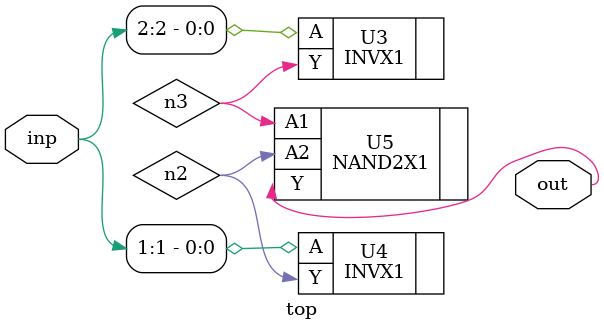
<source format=sv>


module top ( inp, out );
  input [2:0] inp;
  output out;
  wire   n2, n3;

  INVX1 U3 ( .A(inp[2]), .Y(n3) );
  INVX1 U4 ( .A(inp[1]), .Y(n2) );
  NAND2X1 U5 ( .A1(n3), .A2(n2), .Y(out) );
endmodule


</source>
